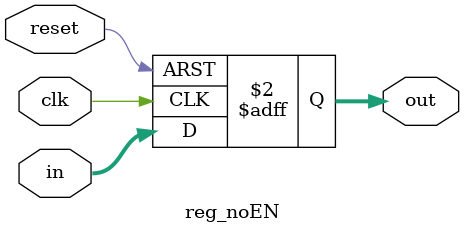
<source format=sv>
module reg_noEN #(parameter WIDTH = 32)(
	input logic [WIDTH-1:0] in, //Inputs
	input logic reset, // Reset
	input logic clk, // Clock
	output logic [WIDTH-1:0] out // Output
);

 always_ff @(posedge clk or posedge reset) begin
        if (reset)
            out <= '0;
        else if(clk)
            out <= in;
    end
	 
endmodule

</source>
